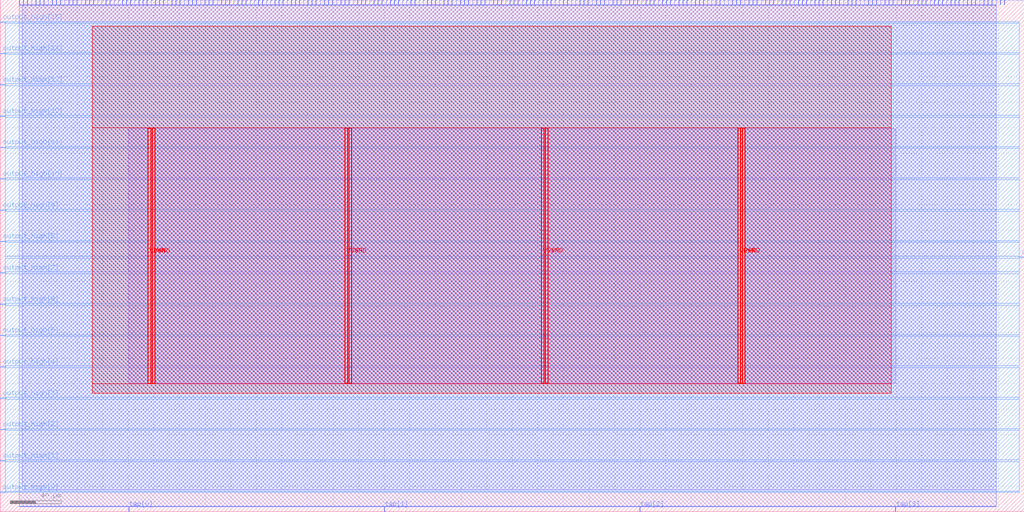
<source format=lef>
VERSION 5.7 ;
  NOWIREEXTENSIONATPIN ON ;
  DIVIDERCHAR "/" ;
  BUSBITCHARS "[]" ;
MACRO highpass
  CLASS BLOCK ;
  FOREIGN highpass ;
  ORIGIN 0.000 0.000 ;
  SIZE 800.000 BY 400.000 ;
  PIN VGND
    DIRECTION INOUT ;
    USE GROUND ;
    PORT
      LAYER met4 ;
        RECT 119.100 100.400 120.700 299.440 ;
    END
    PORT
      LAYER met4 ;
        RECT 272.700 100.400 274.300 299.440 ;
    END
    PORT
      LAYER met4 ;
        RECT 426.300 100.400 427.900 299.440 ;
    END
    PORT
      LAYER met4 ;
        RECT 579.900 100.400 581.500 299.440 ;
    END
  END VGND
  PIN VPWR
    DIRECTION INOUT ;
    USE POWER ;
    PORT
      LAYER met4 ;
        RECT 115.800 100.400 117.400 299.440 ;
    END
    PORT
      LAYER met4 ;
        RECT 269.400 100.400 271.000 299.440 ;
    END
    PORT
      LAYER met4 ;
        RECT 423.000 100.400 424.600 299.440 ;
    END
    PORT
      LAYER met4 ;
        RECT 576.600 100.400 578.200 299.440 ;
    END
  END VPWR
  PIN clk
    DIRECTION INPUT ;
    USE SIGNAL ;
    ANTENNAGATEAREA 0.852000 ;
    ANTENNADIFFAREA 0.434700 ;
    PORT
      LAYER met3 ;
        RECT 796.000 198.600 800.000 199.200 ;
    END
  END clk
  PIN input_data[0]
    DIRECTION INPUT ;
    USE SIGNAL ;
    ANTENNAGATEAREA 0.213000 ;
    ANTENNADIFFAREA 0.869400 ;
    PORT
      LAYER met2 ;
        RECT 14.810 396.000 15.090 400.000 ;
    END
  END input_data[0]
  PIN input_data[100]
    DIRECTION INPUT ;
    USE SIGNAL ;
    ANTENNAGATEAREA 0.196500 ;
    ANTENNADIFFAREA 0.434700 ;
    PORT
      LAYER met2 ;
        RECT 336.810 396.000 337.090 400.000 ;
    END
  END input_data[100]
  PIN input_data[101]
    DIRECTION INPUT ;
    USE SIGNAL ;
    ANTENNAGATEAREA 0.196500 ;
    ANTENNADIFFAREA 0.434700 ;
    PORT
      LAYER met2 ;
        RECT 340.030 396.000 340.310 400.000 ;
    END
  END input_data[101]
  PIN input_data[102]
    DIRECTION INPUT ;
    USE SIGNAL ;
    ANTENNAGATEAREA 0.213000 ;
    ANTENNADIFFAREA 0.434700 ;
    PORT
      LAYER met2 ;
        RECT 343.250 396.000 343.530 400.000 ;
    END
  END input_data[102]
  PIN input_data[103]
    DIRECTION INPUT ;
    USE SIGNAL ;
    ANTENNAGATEAREA 0.196500 ;
    ANTENNADIFFAREA 0.434700 ;
    PORT
      LAYER met2 ;
        RECT 346.470 396.000 346.750 400.000 ;
    END
  END input_data[103]
  PIN input_data[104]
    DIRECTION INPUT ;
    USE SIGNAL ;
    ANTENNAGATEAREA 0.196500 ;
    ANTENNADIFFAREA 0.434700 ;
    PORT
      LAYER met2 ;
        RECT 349.690 396.000 349.970 400.000 ;
    END
  END input_data[104]
  PIN input_data[105]
    DIRECTION INPUT ;
    USE SIGNAL ;
    ANTENNAGATEAREA 0.196500 ;
    ANTENNADIFFAREA 0.434700 ;
    PORT
      LAYER met2 ;
        RECT 352.910 396.000 353.190 400.000 ;
    END
  END input_data[105]
  PIN input_data[106]
    DIRECTION INPUT ;
    USE SIGNAL ;
    ANTENNAGATEAREA 0.196500 ;
    ANTENNADIFFAREA 0.434700 ;
    PORT
      LAYER met2 ;
        RECT 356.130 396.000 356.410 400.000 ;
    END
  END input_data[106]
  PIN input_data[107]
    DIRECTION INPUT ;
    USE SIGNAL ;
    ANTENNAGATEAREA 0.196500 ;
    ANTENNADIFFAREA 0.434700 ;
    PORT
      LAYER met2 ;
        RECT 359.350 396.000 359.630 400.000 ;
    END
  END input_data[107]
  PIN input_data[108]
    DIRECTION INPUT ;
    USE SIGNAL ;
    ANTENNAGATEAREA 0.159000 ;
    ANTENNADIFFAREA 0.434700 ;
    PORT
      LAYER met2 ;
        RECT 362.570 396.000 362.850 400.000 ;
    END
  END input_data[108]
  PIN input_data[109]
    DIRECTION INPUT ;
    USE SIGNAL ;
    ANTENNAGATEAREA 0.196500 ;
    ANTENNADIFFAREA 0.434700 ;
    PORT
      LAYER met2 ;
        RECT 365.790 396.000 366.070 400.000 ;
    END
  END input_data[109]
  PIN input_data[10]
    DIRECTION INPUT ;
    USE SIGNAL ;
    ANTENNAGATEAREA 0.247500 ;
    ANTENNADIFFAREA 0.869400 ;
    PORT
      LAYER met2 ;
        RECT 47.010 396.000 47.290 400.000 ;
    END
  END input_data[10]
  PIN input_data[110]
    DIRECTION INPUT ;
    USE SIGNAL ;
    ANTENNAGATEAREA 0.196500 ;
    ANTENNADIFFAREA 0.434700 ;
    PORT
      LAYER met2 ;
        RECT 369.010 396.000 369.290 400.000 ;
    END
  END input_data[110]
  PIN input_data[111]
    DIRECTION INPUT ;
    USE SIGNAL ;
    ANTENNAGATEAREA 0.196500 ;
    ANTENNADIFFAREA 0.434700 ;
    PORT
      LAYER met2 ;
        RECT 372.230 396.000 372.510 400.000 ;
    END
  END input_data[111]
  PIN input_data[112]
    DIRECTION INPUT ;
    USE SIGNAL ;
    ANTENNAGATEAREA 0.213000 ;
    ANTENNADIFFAREA 0.434700 ;
    PORT
      LAYER met2 ;
        RECT 375.450 396.000 375.730 400.000 ;
    END
  END input_data[112]
  PIN input_data[113]
    DIRECTION INPUT ;
    USE SIGNAL ;
    ANTENNAGATEAREA 0.126000 ;
    ANTENNADIFFAREA 0.869400 ;
    PORT
      LAYER met2 ;
        RECT 378.670 396.000 378.950 400.000 ;
    END
  END input_data[113]
  PIN input_data[114]
    DIRECTION INPUT ;
    USE SIGNAL ;
    ANTENNAGATEAREA 0.213000 ;
    ANTENNADIFFAREA 0.434700 ;
    PORT
      LAYER met2 ;
        RECT 381.890 396.000 382.170 400.000 ;
    END
  END input_data[114]
  PIN input_data[115]
    DIRECTION INPUT ;
    USE SIGNAL ;
    ANTENNAGATEAREA 0.213000 ;
    ANTENNADIFFAREA 0.434700 ;
    PORT
      LAYER met2 ;
        RECT 385.110 396.000 385.390 400.000 ;
    END
  END input_data[115]
  PIN input_data[116]
    DIRECTION INPUT ;
    USE SIGNAL ;
    ANTENNAGATEAREA 0.213000 ;
    ANTENNADIFFAREA 0.434700 ;
    PORT
      LAYER met2 ;
        RECT 388.330 396.000 388.610 400.000 ;
    END
  END input_data[116]
  PIN input_data[117]
    DIRECTION INPUT ;
    USE SIGNAL ;
    ANTENNAGATEAREA 0.196500 ;
    ANTENNADIFFAREA 0.869400 ;
    PORT
      LAYER met2 ;
        RECT 391.550 396.000 391.830 400.000 ;
    END
  END input_data[117]
  PIN input_data[118]
    DIRECTION INPUT ;
    USE SIGNAL ;
    ANTENNAGATEAREA 0.126000 ;
    ANTENNADIFFAREA 0.434700 ;
    PORT
      LAYER met2 ;
        RECT 394.770 396.000 395.050 400.000 ;
    END
  END input_data[118]
  PIN input_data[119]
    DIRECTION INPUT ;
    USE SIGNAL ;
    ANTENNAGATEAREA 0.213000 ;
    ANTENNADIFFAREA 0.434700 ;
    PORT
      LAYER met2 ;
        RECT 397.990 396.000 398.270 400.000 ;
    END
  END input_data[119]
  PIN input_data[11]
    DIRECTION INPUT ;
    USE SIGNAL ;
    ANTENNAGATEAREA 0.213000 ;
    ANTENNADIFFAREA 0.869400 ;
    PORT
      LAYER met2 ;
        RECT 50.230 396.000 50.510 400.000 ;
    END
  END input_data[11]
  PIN input_data[120]
    DIRECTION INPUT ;
    USE SIGNAL ;
    ANTENNAGATEAREA 0.213000 ;
    ANTENNADIFFAREA 0.869400 ;
    PORT
      LAYER met2 ;
        RECT 401.210 396.000 401.490 400.000 ;
    END
  END input_data[120]
  PIN input_data[121]
    DIRECTION INPUT ;
    USE SIGNAL ;
    ANTENNAGATEAREA 0.213000 ;
    ANTENNADIFFAREA 0.434700 ;
    PORT
      LAYER met2 ;
        RECT 404.430 396.000 404.710 400.000 ;
    END
  END input_data[121]
  PIN input_data[122]
    DIRECTION INPUT ;
    USE SIGNAL ;
    ANTENNAGATEAREA 0.213000 ;
    ANTENNADIFFAREA 0.869400 ;
    PORT
      LAYER met2 ;
        RECT 407.650 396.000 407.930 400.000 ;
    END
  END input_data[122]
  PIN input_data[123]
    DIRECTION INPUT ;
    USE SIGNAL ;
    ANTENNAGATEAREA 0.213000 ;
    ANTENNADIFFAREA 0.434700 ;
    PORT
      LAYER met2 ;
        RECT 410.870 396.000 411.150 400.000 ;
    END
  END input_data[123]
  PIN input_data[124]
    DIRECTION INPUT ;
    USE SIGNAL ;
    ANTENNAGATEAREA 0.159000 ;
    ANTENNADIFFAREA 0.869400 ;
    PORT
      LAYER met2 ;
        RECT 414.090 396.000 414.370 400.000 ;
    END
  END input_data[124]
  PIN input_data[125]
    DIRECTION INPUT ;
    USE SIGNAL ;
    ANTENNAGATEAREA 0.196500 ;
    ANTENNADIFFAREA 0.869400 ;
    PORT
      LAYER met2 ;
        RECT 417.310 396.000 417.590 400.000 ;
    END
  END input_data[125]
  PIN input_data[126]
    DIRECTION INPUT ;
    USE SIGNAL ;
    ANTENNAGATEAREA 0.126000 ;
    ANTENNADIFFAREA 0.434700 ;
    PORT
      LAYER met2 ;
        RECT 420.530 396.000 420.810 400.000 ;
    END
  END input_data[126]
  PIN input_data[127]
    DIRECTION INPUT ;
    USE SIGNAL ;
    PORT
      LAYER met2 ;
        RECT 423.750 396.000 424.030 400.000 ;
    END
  END input_data[127]
  PIN input_data[128]
    DIRECTION INPUT ;
    USE SIGNAL ;
    ANTENNAGATEAREA 0.159000 ;
    ANTENNADIFFAREA 0.434700 ;
    PORT
      LAYER met2 ;
        RECT 426.970 396.000 427.250 400.000 ;
    END
  END input_data[128]
  PIN input_data[129]
    DIRECTION INPUT ;
    USE SIGNAL ;
    ANTENNAGATEAREA 0.196500 ;
    ANTENNADIFFAREA 0.434700 ;
    PORT
      LAYER met2 ;
        RECT 430.190 396.000 430.470 400.000 ;
    END
  END input_data[129]
  PIN input_data[12]
    DIRECTION INPUT ;
    USE SIGNAL ;
    ANTENNAGATEAREA 0.426000 ;
    ANTENNADIFFAREA 0.434700 ;
    PORT
      LAYER met2 ;
        RECT 53.450 396.000 53.730 400.000 ;
    END
  END input_data[12]
  PIN input_data[130]
    DIRECTION INPUT ;
    USE SIGNAL ;
    ANTENNAGATEAREA 0.213000 ;
    ANTENNADIFFAREA 0.434700 ;
    PORT
      LAYER met2 ;
        RECT 433.410 396.000 433.690 400.000 ;
    END
  END input_data[130]
  PIN input_data[131]
    DIRECTION INPUT ;
    USE SIGNAL ;
    ANTENNAGATEAREA 0.213000 ;
    ANTENNADIFFAREA 0.434700 ;
    PORT
      LAYER met2 ;
        RECT 436.630 396.000 436.910 400.000 ;
    END
  END input_data[131]
  PIN input_data[132]
    DIRECTION INPUT ;
    USE SIGNAL ;
    ANTENNAGATEAREA 0.213000 ;
    ANTENNADIFFAREA 0.434700 ;
    PORT
      LAYER met2 ;
        RECT 439.850 396.000 440.130 400.000 ;
    END
  END input_data[132]
  PIN input_data[133]
    DIRECTION INPUT ;
    USE SIGNAL ;
    ANTENNAGATEAREA 0.247500 ;
    ANTENNADIFFAREA 0.434700 ;
    PORT
      LAYER met2 ;
        RECT 443.070 396.000 443.350 400.000 ;
    END
  END input_data[133]
  PIN input_data[134]
    DIRECTION INPUT ;
    USE SIGNAL ;
    ANTENNAGATEAREA 0.213000 ;
    ANTENNADIFFAREA 0.434700 ;
    PORT
      LAYER met2 ;
        RECT 446.290 396.000 446.570 400.000 ;
    END
  END input_data[134]
  PIN input_data[135]
    DIRECTION INPUT ;
    USE SIGNAL ;
    ANTENNAGATEAREA 0.213000 ;
    ANTENNADIFFAREA 0.434700 ;
    PORT
      LAYER met2 ;
        RECT 449.510 396.000 449.790 400.000 ;
    END
  END input_data[135]
  PIN input_data[136]
    DIRECTION INPUT ;
    USE SIGNAL ;
    ANTENNAGATEAREA 0.426000 ;
    ANTENNADIFFAREA 0.434700 ;
    PORT
      LAYER met2 ;
        RECT 452.730 396.000 453.010 400.000 ;
    END
  END input_data[136]
  PIN input_data[137]
    DIRECTION INPUT ;
    USE SIGNAL ;
    ANTENNAGATEAREA 0.247500 ;
    ANTENNADIFFAREA 0.434700 ;
    PORT
      LAYER met2 ;
        RECT 455.950 396.000 456.230 400.000 ;
    END
  END input_data[137]
  PIN input_data[138]
    DIRECTION INPUT ;
    USE SIGNAL ;
    ANTENNAGATEAREA 0.159000 ;
    ANTENNADIFFAREA 0.434700 ;
    PORT
      LAYER met2 ;
        RECT 459.170 396.000 459.450 400.000 ;
    END
  END input_data[138]
  PIN input_data[139]
    DIRECTION INPUT ;
    USE SIGNAL ;
    ANTENNAGATEAREA 0.247500 ;
    ANTENNADIFFAREA 0.434700 ;
    PORT
      LAYER met2 ;
        RECT 462.390 396.000 462.670 400.000 ;
    END
  END input_data[139]
  PIN input_data[13]
    DIRECTION INPUT ;
    USE SIGNAL ;
    ANTENNAGATEAREA 0.247500 ;
    ANTENNADIFFAREA 0.869400 ;
    PORT
      LAYER met2 ;
        RECT 56.670 396.000 56.950 400.000 ;
    END
  END input_data[13]
  PIN input_data[140]
    DIRECTION INPUT ;
    USE SIGNAL ;
    ANTENNAGATEAREA 0.247500 ;
    ANTENNADIFFAREA 0.434700 ;
    PORT
      LAYER met2 ;
        RECT 465.610 396.000 465.890 400.000 ;
    END
  END input_data[140]
  PIN input_data[141]
    DIRECTION INPUT ;
    USE SIGNAL ;
    ANTENNAGATEAREA 0.213000 ;
    ANTENNADIFFAREA 0.434700 ;
    PORT
      LAYER met2 ;
        RECT 468.830 396.000 469.110 400.000 ;
    END
  END input_data[141]
  PIN input_data[142]
    DIRECTION INPUT ;
    USE SIGNAL ;
    ANTENNAGATEAREA 0.196500 ;
    ANTENNADIFFAREA 0.434700 ;
    PORT
      LAYER met2 ;
        RECT 472.050 396.000 472.330 400.000 ;
    END
  END input_data[142]
  PIN input_data[143]
    DIRECTION INPUT ;
    USE SIGNAL ;
    ANTENNAGATEAREA 0.126000 ;
    ANTENNADIFFAREA 0.434700 ;
    PORT
      LAYER met2 ;
        RECT 475.270 396.000 475.550 400.000 ;
    END
  END input_data[143]
  PIN input_data[144]
    DIRECTION INPUT ;
    USE SIGNAL ;
    ANTENNAGATEAREA 0.126000 ;
    ANTENNADIFFAREA 0.434700 ;
    PORT
      LAYER met2 ;
        RECT 478.490 396.000 478.770 400.000 ;
    END
  END input_data[144]
  PIN input_data[145]
    DIRECTION INPUT ;
    USE SIGNAL ;
    ANTENNAGATEAREA 0.213000 ;
    ANTENNADIFFAREA 0.434700 ;
    PORT
      LAYER met2 ;
        RECT 481.710 396.000 481.990 400.000 ;
    END
  END input_data[145]
  PIN input_data[146]
    DIRECTION INPUT ;
    USE SIGNAL ;
    ANTENNAGATEAREA 0.196500 ;
    ANTENNADIFFAREA 0.434700 ;
    PORT
      LAYER met2 ;
        RECT 484.930 396.000 485.210 400.000 ;
    END
  END input_data[146]
  PIN input_data[147]
    DIRECTION INPUT ;
    USE SIGNAL ;
    ANTENNAGATEAREA 0.126000 ;
    ANTENNADIFFAREA 0.434700 ;
    PORT
      LAYER met2 ;
        RECT 488.150 396.000 488.430 400.000 ;
    END
  END input_data[147]
  PIN input_data[148]
    DIRECTION INPUT ;
    USE SIGNAL ;
    ANTENNAGATEAREA 0.213000 ;
    ANTENNADIFFAREA 0.434700 ;
    PORT
      LAYER met2 ;
        RECT 491.370 396.000 491.650 400.000 ;
    END
  END input_data[148]
  PIN input_data[149]
    DIRECTION INPUT ;
    USE SIGNAL ;
    ANTENNAGATEAREA 0.159000 ;
    ANTENNADIFFAREA 0.434700 ;
    PORT
      LAYER met2 ;
        RECT 494.590 396.000 494.870 400.000 ;
    END
  END input_data[149]
  PIN input_data[14]
    DIRECTION INPUT ;
    USE SIGNAL ;
    ANTENNAGATEAREA 0.159000 ;
    ANTENNADIFFAREA 0.869400 ;
    PORT
      LAYER met2 ;
        RECT 59.890 396.000 60.170 400.000 ;
    END
  END input_data[14]
  PIN input_data[150]
    DIRECTION INPUT ;
    USE SIGNAL ;
    ANTENNAGATEAREA 0.213000 ;
    ANTENNADIFFAREA 0.434700 ;
    PORT
      LAYER met2 ;
        RECT 497.810 396.000 498.090 400.000 ;
    END
  END input_data[150]
  PIN input_data[151]
    DIRECTION INPUT ;
    USE SIGNAL ;
    ANTENNAGATEAREA 0.159000 ;
    ANTENNADIFFAREA 0.434700 ;
    PORT
      LAYER met2 ;
        RECT 501.030 396.000 501.310 400.000 ;
    END
  END input_data[151]
  PIN input_data[152]
    DIRECTION INPUT ;
    USE SIGNAL ;
    ANTENNAGATEAREA 0.159000 ;
    ANTENNADIFFAREA 0.434700 ;
    PORT
      LAYER met2 ;
        RECT 504.250 396.000 504.530 400.000 ;
    END
  END input_data[152]
  PIN input_data[153]
    DIRECTION INPUT ;
    USE SIGNAL ;
    ANTENNAGATEAREA 0.126000 ;
    ANTENNADIFFAREA 0.434700 ;
    PORT
      LAYER met2 ;
        RECT 507.470 396.000 507.750 400.000 ;
    END
  END input_data[153]
  PIN input_data[154]
    DIRECTION INPUT ;
    USE SIGNAL ;
    ANTENNAGATEAREA 0.126000 ;
    ANTENNADIFFAREA 0.434700 ;
    PORT
      LAYER met2 ;
        RECT 510.690 396.000 510.970 400.000 ;
    END
  END input_data[154]
  PIN input_data[155]
    DIRECTION INPUT ;
    USE SIGNAL ;
    ANTENNAGATEAREA 0.196500 ;
    ANTENNADIFFAREA 0.434700 ;
    PORT
      LAYER met2 ;
        RECT 513.910 396.000 514.190 400.000 ;
    END
  END input_data[155]
  PIN input_data[156]
    DIRECTION INPUT ;
    USE SIGNAL ;
    ANTENNAGATEAREA 0.159000 ;
    ANTENNADIFFAREA 0.434700 ;
    PORT
      LAYER met2 ;
        RECT 517.130 396.000 517.410 400.000 ;
    END
  END input_data[156]
  PIN input_data[157]
    DIRECTION INPUT ;
    USE SIGNAL ;
    ANTENNAGATEAREA 0.213000 ;
    ANTENNADIFFAREA 0.434700 ;
    PORT
      LAYER met2 ;
        RECT 520.350 396.000 520.630 400.000 ;
    END
  END input_data[157]
  PIN input_data[158]
    DIRECTION INPUT ;
    USE SIGNAL ;
    ANTENNAGATEAREA 0.196500 ;
    ANTENNADIFFAREA 0.434700 ;
    PORT
      LAYER met2 ;
        RECT 523.570 396.000 523.850 400.000 ;
    END
  END input_data[158]
  PIN input_data[159]
    DIRECTION INPUT ;
    USE SIGNAL ;
    ANTENNAGATEAREA 0.196500 ;
    ANTENNADIFFAREA 0.434700 ;
    PORT
      LAYER met2 ;
        RECT 526.790 396.000 527.070 400.000 ;
    END
  END input_data[159]
  PIN input_data[15]
    DIRECTION INPUT ;
    USE SIGNAL ;
    ANTENNAGATEAREA 0.126000 ;
    ANTENNADIFFAREA 0.869400 ;
    PORT
      LAYER met2 ;
        RECT 63.110 396.000 63.390 400.000 ;
    END
  END input_data[15]
  PIN input_data[160]
    DIRECTION INPUT ;
    USE SIGNAL ;
    ANTENNAGATEAREA 0.247500 ;
    ANTENNADIFFAREA 0.434700 ;
    PORT
      LAYER met2 ;
        RECT 530.010 396.000 530.290 400.000 ;
    END
  END input_data[160]
  PIN input_data[161]
    DIRECTION INPUT ;
    USE SIGNAL ;
    ANTENNAGATEAREA 0.247500 ;
    ANTENNADIFFAREA 0.434700 ;
    PORT
      LAYER met2 ;
        RECT 533.230 396.000 533.510 400.000 ;
    END
  END input_data[161]
  PIN input_data[162]
    DIRECTION INPUT ;
    USE SIGNAL ;
    ANTENNAGATEAREA 0.247500 ;
    ANTENNADIFFAREA 0.434700 ;
    PORT
      LAYER met2 ;
        RECT 536.450 396.000 536.730 400.000 ;
    END
  END input_data[162]
  PIN input_data[163]
    DIRECTION INPUT ;
    USE SIGNAL ;
    ANTENNAGATEAREA 0.213000 ;
    ANTENNADIFFAREA 0.434700 ;
    PORT
      LAYER met2 ;
        RECT 539.670 396.000 539.950 400.000 ;
    END
  END input_data[163]
  PIN input_data[164]
    DIRECTION INPUT ;
    USE SIGNAL ;
    ANTENNAGATEAREA 0.126000 ;
    ANTENNADIFFAREA 0.434700 ;
    PORT
      LAYER met2 ;
        RECT 542.890 396.000 543.170 400.000 ;
    END
  END input_data[164]
  PIN input_data[165]
    DIRECTION INPUT ;
    USE SIGNAL ;
    ANTENNAGATEAREA 0.213000 ;
    ANTENNADIFFAREA 0.434700 ;
    PORT
      LAYER met2 ;
        RECT 546.110 396.000 546.390 400.000 ;
    END
  END input_data[165]
  PIN input_data[166]
    DIRECTION INPUT ;
    USE SIGNAL ;
    ANTENNAGATEAREA 0.213000 ;
    ANTENNADIFFAREA 0.434700 ;
    PORT
      LAYER met2 ;
        RECT 549.330 396.000 549.610 400.000 ;
    END
  END input_data[166]
  PIN input_data[167]
    DIRECTION INPUT ;
    USE SIGNAL ;
    ANTENNAGATEAREA 0.196500 ;
    ANTENNADIFFAREA 0.869400 ;
    PORT
      LAYER met2 ;
        RECT 552.550 396.000 552.830 400.000 ;
    END
  END input_data[167]
  PIN input_data[168]
    DIRECTION INPUT ;
    USE SIGNAL ;
    ANTENNAGATEAREA 0.196500 ;
    ANTENNADIFFAREA 0.434700 ;
    PORT
      LAYER met2 ;
        RECT 555.770 396.000 556.050 400.000 ;
    END
  END input_data[168]
  PIN input_data[169]
    DIRECTION INPUT ;
    USE SIGNAL ;
    ANTENNAGATEAREA 0.196500 ;
    ANTENNADIFFAREA 0.434700 ;
    PORT
      LAYER met2 ;
        RECT 558.990 396.000 559.270 400.000 ;
    END
  END input_data[169]
  PIN input_data[16]
    DIRECTION INPUT ;
    USE SIGNAL ;
    ANTENNAGATEAREA 0.247500 ;
    ANTENNADIFFAREA 0.434700 ;
    PORT
      LAYER met2 ;
        RECT 66.330 396.000 66.610 400.000 ;
    END
  END input_data[16]
  PIN input_data[170]
    DIRECTION INPUT ;
    USE SIGNAL ;
    ANTENNAGATEAREA 0.196500 ;
    ANTENNADIFFAREA 0.434700 ;
    PORT
      LAYER met2 ;
        RECT 562.210 396.000 562.490 400.000 ;
    END
  END input_data[170]
  PIN input_data[171]
    DIRECTION INPUT ;
    USE SIGNAL ;
    ANTENNAGATEAREA 0.213000 ;
    ANTENNADIFFAREA 0.869400 ;
    PORT
      LAYER met2 ;
        RECT 565.430 396.000 565.710 400.000 ;
    END
  END input_data[171]
  PIN input_data[172]
    DIRECTION INPUT ;
    USE SIGNAL ;
    ANTENNAGATEAREA 0.213000 ;
    ANTENNADIFFAREA 0.434700 ;
    PORT
      LAYER met2 ;
        RECT 568.650 396.000 568.930 400.000 ;
    END
  END input_data[172]
  PIN input_data[173]
    DIRECTION INPUT ;
    USE SIGNAL ;
    ANTENNAGATEAREA 0.247500 ;
    ANTENNADIFFAREA 0.434700 ;
    PORT
      LAYER met2 ;
        RECT 571.870 396.000 572.150 400.000 ;
    END
  END input_data[173]
  PIN input_data[174]
    DIRECTION INPUT ;
    USE SIGNAL ;
    ANTENNAGATEAREA 0.196500 ;
    ANTENNADIFFAREA 0.434700 ;
    PORT
      LAYER met2 ;
        RECT 575.090 396.000 575.370 400.000 ;
    END
  END input_data[174]
  PIN input_data[175]
    DIRECTION INPUT ;
    USE SIGNAL ;
    ANTENNAGATEAREA 0.196500 ;
    ANTENNADIFFAREA 0.869400 ;
    PORT
      LAYER met2 ;
        RECT 578.310 396.000 578.590 400.000 ;
    END
  END input_data[175]
  PIN input_data[176]
    DIRECTION INPUT ;
    USE SIGNAL ;
    ANTENNAGATEAREA 0.196500 ;
    ANTENNADIFFAREA 0.869400 ;
    PORT
      LAYER met2 ;
        RECT 581.530 396.000 581.810 400.000 ;
    END
  END input_data[176]
  PIN input_data[177]
    DIRECTION INPUT ;
    USE SIGNAL ;
    ANTENNAGATEAREA 0.213000 ;
    ANTENNADIFFAREA 0.434700 ;
    PORT
      LAYER met2 ;
        RECT 584.750 396.000 585.030 400.000 ;
    END
  END input_data[177]
  PIN input_data[178]
    DIRECTION INPUT ;
    USE SIGNAL ;
    ANTENNAGATEAREA 0.247500 ;
    ANTENNADIFFAREA 0.434700 ;
    PORT
      LAYER met2 ;
        RECT 587.970 396.000 588.250 400.000 ;
    END
  END input_data[178]
  PIN input_data[179]
    DIRECTION INPUT ;
    USE SIGNAL ;
    ANTENNAGATEAREA 0.247500 ;
    ANTENNADIFFAREA 0.434700 ;
    PORT
      LAYER met2 ;
        RECT 591.190 396.000 591.470 400.000 ;
    END
  END input_data[179]
  PIN input_data[17]
    DIRECTION INPUT ;
    USE SIGNAL ;
    ANTENNAGATEAREA 0.213000 ;
    ANTENNADIFFAREA 0.434700 ;
    PORT
      LAYER met2 ;
        RECT 69.550 396.000 69.830 400.000 ;
    END
  END input_data[17]
  PIN input_data[180]
    DIRECTION INPUT ;
    USE SIGNAL ;
    ANTENNAGATEAREA 0.247500 ;
    ANTENNADIFFAREA 0.434700 ;
    PORT
      LAYER met2 ;
        RECT 594.410 396.000 594.690 400.000 ;
    END
  END input_data[180]
  PIN input_data[181]
    DIRECTION INPUT ;
    USE SIGNAL ;
    ANTENNAGATEAREA 0.213000 ;
    ANTENNADIFFAREA 0.434700 ;
    PORT
      LAYER met2 ;
        RECT 597.630 396.000 597.910 400.000 ;
    END
  END input_data[181]
  PIN input_data[182]
    DIRECTION INPUT ;
    USE SIGNAL ;
    ANTENNAGATEAREA 0.159000 ;
    ANTENNADIFFAREA 0.434700 ;
    PORT
      LAYER met2 ;
        RECT 600.850 396.000 601.130 400.000 ;
    END
  END input_data[182]
  PIN input_data[183]
    DIRECTION INPUT ;
    USE SIGNAL ;
    ANTENNAGATEAREA 0.159000 ;
    ANTENNADIFFAREA 0.869400 ;
    PORT
      LAYER met2 ;
        RECT 604.070 396.000 604.350 400.000 ;
    END
  END input_data[183]
  PIN input_data[184]
    DIRECTION INPUT ;
    USE SIGNAL ;
    ANTENNAGATEAREA 0.159000 ;
    ANTENNADIFFAREA 0.434700 ;
    PORT
      LAYER met2 ;
        RECT 607.290 396.000 607.570 400.000 ;
    END
  END input_data[184]
  PIN input_data[185]
    DIRECTION INPUT ;
    USE SIGNAL ;
    ANTENNAGATEAREA 0.213000 ;
    ANTENNADIFFAREA 0.434700 ;
    PORT
      LAYER met2 ;
        RECT 610.510 396.000 610.790 400.000 ;
    END
  END input_data[185]
  PIN input_data[186]
    DIRECTION INPUT ;
    USE SIGNAL ;
    ANTENNAGATEAREA 0.213000 ;
    ANTENNADIFFAREA 0.434700 ;
    PORT
      LAYER met2 ;
        RECT 613.730 396.000 614.010 400.000 ;
    END
  END input_data[186]
  PIN input_data[187]
    DIRECTION INPUT ;
    USE SIGNAL ;
    ANTENNAGATEAREA 0.213000 ;
    ANTENNADIFFAREA 0.434700 ;
    PORT
      LAYER met2 ;
        RECT 616.950 396.000 617.230 400.000 ;
    END
  END input_data[187]
  PIN input_data[188]
    DIRECTION INPUT ;
    USE SIGNAL ;
    ANTENNAGATEAREA 0.213000 ;
    ANTENNADIFFAREA 0.434700 ;
    PORT
      LAYER met2 ;
        RECT 620.170 396.000 620.450 400.000 ;
    END
  END input_data[188]
  PIN input_data[189]
    DIRECTION INPUT ;
    USE SIGNAL ;
    ANTENNAGATEAREA 0.196500 ;
    ANTENNADIFFAREA 0.434700 ;
    PORT
      LAYER met2 ;
        RECT 623.390 396.000 623.670 400.000 ;
    END
  END input_data[189]
  PIN input_data[18]
    DIRECTION INPUT ;
    USE SIGNAL ;
    ANTENNAGATEAREA 0.159000 ;
    ANTENNADIFFAREA 0.869400 ;
    PORT
      LAYER met2 ;
        RECT 72.770 396.000 73.050 400.000 ;
    END
  END input_data[18]
  PIN input_data[190]
    DIRECTION INPUT ;
    USE SIGNAL ;
    ANTENNAGATEAREA 0.196500 ;
    ANTENNADIFFAREA 0.434700 ;
    PORT
      LAYER met2 ;
        RECT 626.610 396.000 626.890 400.000 ;
    END
  END input_data[190]
  PIN input_data[191]
    DIRECTION INPUT ;
    USE SIGNAL ;
    PORT
      LAYER met2 ;
        RECT 629.830 396.000 630.110 400.000 ;
    END
  END input_data[191]
  PIN input_data[192]
    DIRECTION INPUT ;
    USE SIGNAL ;
    ANTENNAGATEAREA 0.213000 ;
    ANTENNADIFFAREA 0.434700 ;
    PORT
      LAYER met2 ;
        RECT 633.050 396.000 633.330 400.000 ;
    END
  END input_data[192]
  PIN input_data[193]
    DIRECTION INPUT ;
    USE SIGNAL ;
    ANTENNAGATEAREA 0.126000 ;
    ANTENNADIFFAREA 0.434700 ;
    PORT
      LAYER met2 ;
        RECT 636.270 396.000 636.550 400.000 ;
    END
  END input_data[193]
  PIN input_data[194]
    DIRECTION INPUT ;
    USE SIGNAL ;
    ANTENNAGATEAREA 0.213000 ;
    ANTENNADIFFAREA 0.434700 ;
    PORT
      LAYER met2 ;
        RECT 639.490 396.000 639.770 400.000 ;
    END
  END input_data[194]
  PIN input_data[195]
    DIRECTION INPUT ;
    USE SIGNAL ;
    ANTENNAGATEAREA 0.159000 ;
    ANTENNADIFFAREA 0.434700 ;
    PORT
      LAYER met2 ;
        RECT 642.710 396.000 642.990 400.000 ;
    END
  END input_data[195]
  PIN input_data[196]
    DIRECTION INPUT ;
    USE SIGNAL ;
    ANTENNAGATEAREA 0.126000 ;
    ANTENNADIFFAREA 0.434700 ;
    PORT
      LAYER met2 ;
        RECT 645.930 396.000 646.210 400.000 ;
    END
  END input_data[196]
  PIN input_data[197]
    DIRECTION INPUT ;
    USE SIGNAL ;
    ANTENNAGATEAREA 0.126000 ;
    ANTENNADIFFAREA 0.434700 ;
    PORT
      LAYER met2 ;
        RECT 649.150 396.000 649.430 400.000 ;
    END
  END input_data[197]
  PIN input_data[198]
    DIRECTION INPUT ;
    USE SIGNAL ;
    ANTENNAGATEAREA 0.126000 ;
    ANTENNADIFFAREA 0.434700 ;
    PORT
      LAYER met2 ;
        RECT 652.370 396.000 652.650 400.000 ;
    END
  END input_data[198]
  PIN input_data[199]
    DIRECTION INPUT ;
    USE SIGNAL ;
    ANTENNAGATEAREA 0.126000 ;
    ANTENNADIFFAREA 0.434700 ;
    PORT
      LAYER met2 ;
        RECT 655.590 396.000 655.870 400.000 ;
    END
  END input_data[199]
  PIN input_data[19]
    DIRECTION INPUT ;
    USE SIGNAL ;
    ANTENNAGATEAREA 0.213000 ;
    ANTENNADIFFAREA 0.869400 ;
    PORT
      LAYER met2 ;
        RECT 75.990 396.000 76.270 400.000 ;
    END
  END input_data[19]
  PIN input_data[1]
    DIRECTION INPUT ;
    USE SIGNAL ;
    ANTENNAGATEAREA 0.196500 ;
    ANTENNADIFFAREA 0.869400 ;
    PORT
      LAYER met2 ;
        RECT 18.030 396.000 18.310 400.000 ;
    END
  END input_data[1]
  PIN input_data[200]
    DIRECTION INPUT ;
    USE SIGNAL ;
    ANTENNAGATEAREA 0.126000 ;
    ANTENNADIFFAREA 0.434700 ;
    PORT
      LAYER met2 ;
        RECT 658.810 396.000 659.090 400.000 ;
    END
  END input_data[200]
  PIN input_data[201]
    DIRECTION INPUT ;
    USE SIGNAL ;
    ANTENNAGATEAREA 0.126000 ;
    ANTENNADIFFAREA 0.434700 ;
    PORT
      LAYER met2 ;
        RECT 662.030 396.000 662.310 400.000 ;
    END
  END input_data[201]
  PIN input_data[202]
    DIRECTION INPUT ;
    USE SIGNAL ;
    ANTENNAGATEAREA 0.126000 ;
    ANTENNADIFFAREA 0.434700 ;
    PORT
      LAYER met2 ;
        RECT 665.250 396.000 665.530 400.000 ;
    END
  END input_data[202]
  PIN input_data[203]
    DIRECTION INPUT ;
    USE SIGNAL ;
    ANTENNAGATEAREA 0.126000 ;
    ANTENNADIFFAREA 0.434700 ;
    PORT
      LAYER met2 ;
        RECT 668.470 396.000 668.750 400.000 ;
    END
  END input_data[203]
  PIN input_data[204]
    DIRECTION INPUT ;
    USE SIGNAL ;
    ANTENNAGATEAREA 0.196500 ;
    ANTENNADIFFAREA 0.434700 ;
    PORT
      LAYER met2 ;
        RECT 671.690 396.000 671.970 400.000 ;
    END
  END input_data[204]
  PIN input_data[205]
    DIRECTION INPUT ;
    USE SIGNAL ;
    ANTENNAGATEAREA 0.196500 ;
    ANTENNADIFFAREA 0.434700 ;
    PORT
      LAYER met2 ;
        RECT 674.910 396.000 675.190 400.000 ;
    END
  END input_data[205]
  PIN input_data[206]
    DIRECTION INPUT ;
    USE SIGNAL ;
    ANTENNAGATEAREA 0.196500 ;
    ANTENNADIFFAREA 1.738800 ;
    PORT
      LAYER met2 ;
        RECT 678.130 396.000 678.410 400.000 ;
    END
  END input_data[206]
  PIN input_data[207]
    DIRECTION INPUT ;
    USE SIGNAL ;
    PORT
      LAYER met2 ;
        RECT 681.350 396.000 681.630 400.000 ;
    END
  END input_data[207]
  PIN input_data[208]
    DIRECTION INPUT ;
    USE SIGNAL ;
    PORT
      LAYER met2 ;
        RECT 684.570 396.000 684.850 400.000 ;
    END
  END input_data[208]
  PIN input_data[209]
    DIRECTION INPUT ;
    USE SIGNAL ;
    PORT
      LAYER met2 ;
        RECT 687.790 396.000 688.070 400.000 ;
    END
  END input_data[209]
  PIN input_data[20]
    DIRECTION INPUT ;
    USE SIGNAL ;
    ANTENNAGATEAREA 0.213000 ;
    ANTENNADIFFAREA 0.434700 ;
    PORT
      LAYER met2 ;
        RECT 79.210 396.000 79.490 400.000 ;
    END
  END input_data[20]
  PIN input_data[210]
    DIRECTION INPUT ;
    USE SIGNAL ;
    PORT
      LAYER met2 ;
        RECT 691.010 396.000 691.290 400.000 ;
    END
  END input_data[210]
  PIN input_data[211]
    DIRECTION INPUT ;
    USE SIGNAL ;
    PORT
      LAYER met2 ;
        RECT 694.230 396.000 694.510 400.000 ;
    END
  END input_data[211]
  PIN input_data[212]
    DIRECTION INPUT ;
    USE SIGNAL ;
    PORT
      LAYER met2 ;
        RECT 697.450 396.000 697.730 400.000 ;
    END
  END input_data[212]
  PIN input_data[213]
    DIRECTION INPUT ;
    USE SIGNAL ;
    PORT
      LAYER met2 ;
        RECT 700.670 396.000 700.950 400.000 ;
    END
  END input_data[213]
  PIN input_data[214]
    DIRECTION INPUT ;
    USE SIGNAL ;
    PORT
      LAYER met2 ;
        RECT 703.890 396.000 704.170 400.000 ;
    END
  END input_data[214]
  PIN input_data[215]
    DIRECTION INPUT ;
    USE SIGNAL ;
    PORT
      LAYER met2 ;
        RECT 707.110 396.000 707.390 400.000 ;
    END
  END input_data[215]
  PIN input_data[216]
    DIRECTION INPUT ;
    USE SIGNAL ;
    PORT
      LAYER met2 ;
        RECT 710.330 396.000 710.610 400.000 ;
    END
  END input_data[216]
  PIN input_data[217]
    DIRECTION INPUT ;
    USE SIGNAL ;
    PORT
      LAYER met2 ;
        RECT 713.550 396.000 713.830 400.000 ;
    END
  END input_data[217]
  PIN input_data[218]
    DIRECTION INPUT ;
    USE SIGNAL ;
    PORT
      LAYER met2 ;
        RECT 716.770 396.000 717.050 400.000 ;
    END
  END input_data[218]
  PIN input_data[219]
    DIRECTION INPUT ;
    USE SIGNAL ;
    PORT
      LAYER met2 ;
        RECT 719.990 396.000 720.270 400.000 ;
    END
  END input_data[219]
  PIN input_data[21]
    DIRECTION INPUT ;
    USE SIGNAL ;
    ANTENNAGATEAREA 0.159000 ;
    ANTENNADIFFAREA 0.869400 ;
    PORT
      LAYER met2 ;
        RECT 82.430 396.000 82.710 400.000 ;
    END
  END input_data[21]
  PIN input_data[220]
    DIRECTION INPUT ;
    USE SIGNAL ;
    PORT
      LAYER met2 ;
        RECT 723.210 396.000 723.490 400.000 ;
    END
  END input_data[220]
  PIN input_data[221]
    DIRECTION INPUT ;
    USE SIGNAL ;
    PORT
      LAYER met2 ;
        RECT 726.430 396.000 726.710 400.000 ;
    END
  END input_data[221]
  PIN input_data[222]
    DIRECTION INPUT ;
    USE SIGNAL ;
    PORT
      LAYER met2 ;
        RECT 729.650 396.000 729.930 400.000 ;
    END
  END input_data[222]
  PIN input_data[223]
    DIRECTION INPUT ;
    USE SIGNAL ;
    PORT
      LAYER met2 ;
        RECT 732.870 396.000 733.150 400.000 ;
    END
  END input_data[223]
  PIN input_data[224]
    DIRECTION INPUT ;
    USE SIGNAL ;
    ANTENNAGATEAREA 0.159000 ;
    ANTENNADIFFAREA 0.869400 ;
    PORT
      LAYER met2 ;
        RECT 736.090 396.000 736.370 400.000 ;
    END
  END input_data[224]
  PIN input_data[225]
    DIRECTION INPUT ;
    USE SIGNAL ;
    ANTENNAGATEAREA 0.247500 ;
    ANTENNADIFFAREA 0.434700 ;
    PORT
      LAYER met2 ;
        RECT 739.310 396.000 739.590 400.000 ;
    END
  END input_data[225]
  PIN input_data[226]
    DIRECTION INPUT ;
    USE SIGNAL ;
    ANTENNAGATEAREA 0.213000 ;
    ANTENNADIFFAREA 0.434700 ;
    PORT
      LAYER met2 ;
        RECT 742.530 396.000 742.810 400.000 ;
    END
  END input_data[226]
  PIN input_data[227]
    DIRECTION INPUT ;
    USE SIGNAL ;
    ANTENNAGATEAREA 0.213000 ;
    ANTENNADIFFAREA 0.434700 ;
    PORT
      LAYER met2 ;
        RECT 745.750 396.000 746.030 400.000 ;
    END
  END input_data[227]
  PIN input_data[228]
    DIRECTION INPUT ;
    USE SIGNAL ;
    ANTENNAGATEAREA 0.213000 ;
    ANTENNADIFFAREA 1.738800 ;
    PORT
      LAYER met2 ;
        RECT 748.970 396.000 749.250 400.000 ;
    END
  END input_data[228]
  PIN input_data[229]
    DIRECTION INPUT ;
    USE SIGNAL ;
    ANTENNAGATEAREA 0.213000 ;
    ANTENNADIFFAREA 0.869400 ;
    PORT
      LAYER met2 ;
        RECT 752.190 396.000 752.470 400.000 ;
    END
  END input_data[229]
  PIN input_data[22]
    DIRECTION INPUT ;
    USE SIGNAL ;
    ANTENNAGATEAREA 0.159000 ;
    ANTENNADIFFAREA 0.434700 ;
    PORT
      LAYER met2 ;
        RECT 85.650 396.000 85.930 400.000 ;
    END
  END input_data[22]
  PIN input_data[230]
    DIRECTION INPUT ;
    USE SIGNAL ;
    ANTENNAGATEAREA 0.213000 ;
    ANTENNADIFFAREA 0.434700 ;
    PORT
      LAYER met2 ;
        RECT 755.410 396.000 755.690 400.000 ;
    END
  END input_data[230]
  PIN input_data[231]
    DIRECTION INPUT ;
    USE SIGNAL ;
    ANTENNAGATEAREA 0.213000 ;
    ANTENNADIFFAREA 2.608200 ;
    PORT
      LAYER met2 ;
        RECT 758.630 396.000 758.910 400.000 ;
    END
  END input_data[231]
  PIN input_data[232]
    DIRECTION INPUT ;
    USE SIGNAL ;
    ANTENNAGATEAREA 0.126000 ;
    ANTENNADIFFAREA 1.304100 ;
    PORT
      LAYER met2 ;
        RECT 761.850 396.000 762.130 400.000 ;
    END
  END input_data[232]
  PIN input_data[233]
    DIRECTION INPUT ;
    USE SIGNAL ;
    ANTENNAGATEAREA 0.126000 ;
    ANTENNADIFFAREA 0.434700 ;
    PORT
      LAYER met2 ;
        RECT 765.070 396.000 765.350 400.000 ;
    END
  END input_data[233]
  PIN input_data[234]
    DIRECTION INPUT ;
    USE SIGNAL ;
    ANTENNAGATEAREA 0.126000 ;
    ANTENNADIFFAREA 1.304100 ;
    PORT
      LAYER met2 ;
        RECT 768.290 396.000 768.570 400.000 ;
    END
  END input_data[234]
  PIN input_data[235]
    DIRECTION INPUT ;
    USE SIGNAL ;
    ANTENNAGATEAREA 0.196500 ;
    ANTENNADIFFAREA 1.304100 ;
    PORT
      LAYER met2 ;
        RECT 771.510 396.000 771.790 400.000 ;
    END
  END input_data[235]
  PIN input_data[236]
    DIRECTION INPUT ;
    USE SIGNAL ;
    ANTENNAGATEAREA 0.196500 ;
    ANTENNADIFFAREA 0.434700 ;
    PORT
      LAYER met2 ;
        RECT 774.730 396.000 775.010 400.000 ;
    END
  END input_data[236]
  PIN input_data[237]
    DIRECTION INPUT ;
    USE SIGNAL ;
    ANTENNAGATEAREA 0.196500 ;
    ANTENNADIFFAREA 1.738800 ;
    PORT
      LAYER met2 ;
        RECT 777.950 396.000 778.230 400.000 ;
    END
  END input_data[237]
  PIN input_data[238]
    DIRECTION INPUT ;
    USE SIGNAL ;
    PORT
      LAYER met2 ;
        RECT 781.170 396.000 781.450 400.000 ;
    END
  END input_data[238]
  PIN input_data[239]
    DIRECTION INPUT ;
    USE SIGNAL ;
    PORT
      LAYER met2 ;
        RECT 784.390 396.000 784.670 400.000 ;
    END
  END input_data[239]
  PIN input_data[23]
    DIRECTION INPUT ;
    USE SIGNAL ;
    ANTENNAGATEAREA 0.213000 ;
    ANTENNADIFFAREA 0.869400 ;
    PORT
      LAYER met2 ;
        RECT 88.870 396.000 89.150 400.000 ;
    END
  END input_data[23]
  PIN input_data[24]
    DIRECTION INPUT ;
    USE SIGNAL ;
    ANTENNAGATEAREA 0.213000 ;
    ANTENNADIFFAREA 0.869400 ;
    PORT
      LAYER met2 ;
        RECT 92.090 396.000 92.370 400.000 ;
    END
  END input_data[24]
  PIN input_data[25]
    DIRECTION INPUT ;
    USE SIGNAL ;
    ANTENNAGATEAREA 0.159000 ;
    ANTENNADIFFAREA 0.434700 ;
    PORT
      LAYER met2 ;
        RECT 95.310 396.000 95.590 400.000 ;
    END
  END input_data[25]
  PIN input_data[26]
    DIRECTION INPUT ;
    USE SIGNAL ;
    ANTENNAGATEAREA 0.247500 ;
    ANTENNADIFFAREA 0.434700 ;
    PORT
      LAYER met2 ;
        RECT 98.530 396.000 98.810 400.000 ;
    END
  END input_data[26]
  PIN input_data[27]
    DIRECTION INPUT ;
    USE SIGNAL ;
    ANTENNAGATEAREA 0.247500 ;
    ANTENNADIFFAREA 0.434700 ;
    PORT
      LAYER met2 ;
        RECT 101.750 396.000 102.030 400.000 ;
    END
  END input_data[27]
  PIN input_data[28]
    DIRECTION INPUT ;
    USE SIGNAL ;
    ANTENNAGATEAREA 0.196500 ;
    ANTENNADIFFAREA 0.434700 ;
    PORT
      LAYER met2 ;
        RECT 104.970 396.000 105.250 400.000 ;
    END
  END input_data[28]
  PIN input_data[29]
    DIRECTION INPUT ;
    USE SIGNAL ;
    ANTENNAGATEAREA 0.213000 ;
    ANTENNADIFFAREA 0.434700 ;
    PORT
      LAYER met2 ;
        RECT 108.190 396.000 108.470 400.000 ;
    END
  END input_data[29]
  PIN input_data[2]
    DIRECTION INPUT ;
    USE SIGNAL ;
    ANTENNAGATEAREA 0.196500 ;
    ANTENNADIFFAREA 0.434700 ;
    PORT
      LAYER met2 ;
        RECT 21.250 396.000 21.530 400.000 ;
    END
  END input_data[2]
  PIN input_data[30]
    DIRECTION INPUT ;
    USE SIGNAL ;
    ANTENNAGATEAREA 0.159000 ;
    ANTENNADIFFAREA 0.869400 ;
    PORT
      LAYER met2 ;
        RECT 111.410 396.000 111.690 400.000 ;
    END
  END input_data[30]
  PIN input_data[31]
    DIRECTION INPUT ;
    USE SIGNAL ;
    ANTENNAGATEAREA 0.126000 ;
    ANTENNADIFFAREA 0.869400 ;
    PORT
      LAYER met2 ;
        RECT 114.630 396.000 114.910 400.000 ;
    END
  END input_data[31]
  PIN input_data[32]
    DIRECTION INPUT ;
    USE SIGNAL ;
    ANTENNAGATEAREA 0.196500 ;
    ANTENNADIFFAREA 0.869400 ;
    PORT
      LAYER met2 ;
        RECT 117.850 396.000 118.130 400.000 ;
    END
  END input_data[32]
  PIN input_data[33]
    DIRECTION INPUT ;
    USE SIGNAL ;
    ANTENNAGATEAREA 0.213000 ;
    ANTENNADIFFAREA 0.434700 ;
    PORT
      LAYER met2 ;
        RECT 121.070 396.000 121.350 400.000 ;
    END
  END input_data[33]
  PIN input_data[34]
    DIRECTION INPUT ;
    USE SIGNAL ;
    ANTENNAGATEAREA 0.213000 ;
    ANTENNADIFFAREA 1.304100 ;
    PORT
      LAYER met2 ;
        RECT 124.290 396.000 124.570 400.000 ;
    END
  END input_data[34]
  PIN input_data[35]
    DIRECTION INPUT ;
    USE SIGNAL ;
    ANTENNAGATEAREA 0.126000 ;
    ANTENNADIFFAREA 0.869400 ;
    PORT
      LAYER met2 ;
        RECT 127.510 396.000 127.790 400.000 ;
    END
  END input_data[35]
  PIN input_data[36]
    DIRECTION INPUT ;
    USE SIGNAL ;
    ANTENNAGATEAREA 0.196500 ;
    ANTENNADIFFAREA 0.434700 ;
    PORT
      LAYER met2 ;
        RECT 130.730 396.000 131.010 400.000 ;
    END
  END input_data[36]
  PIN input_data[37]
    DIRECTION INPUT ;
    USE SIGNAL ;
    ANTENNAGATEAREA 0.213000 ;
    ANTENNADIFFAREA 1.304100 ;
    PORT
      LAYER met2 ;
        RECT 133.950 396.000 134.230 400.000 ;
    END
  END input_data[37]
  PIN input_data[38]
    DIRECTION INPUT ;
    USE SIGNAL ;
    ANTENNAGATEAREA 0.196500 ;
    ANTENNADIFFAREA 0.434700 ;
    PORT
      LAYER met2 ;
        RECT 137.170 396.000 137.450 400.000 ;
    END
  END input_data[38]
  PIN input_data[39]
    DIRECTION INPUT ;
    USE SIGNAL ;
    ANTENNAGATEAREA 0.196500 ;
    ANTENNADIFFAREA 0.434700 ;
    PORT
      LAYER met2 ;
        RECT 140.390 396.000 140.670 400.000 ;
    END
  END input_data[39]
  PIN input_data[3]
    DIRECTION INPUT ;
    USE SIGNAL ;
    ANTENNAGATEAREA 0.126000 ;
    ANTENNADIFFAREA 0.869400 ;
    PORT
      LAYER met2 ;
        RECT 24.470 396.000 24.750 400.000 ;
    END
  END input_data[3]
  PIN input_data[40]
    DIRECTION INPUT ;
    USE SIGNAL ;
    ANTENNAGATEAREA 0.196500 ;
    ANTENNADIFFAREA 0.434700 ;
    PORT
      LAYER met2 ;
        RECT 143.610 396.000 143.890 400.000 ;
    END
  END input_data[40]
  PIN input_data[41]
    DIRECTION INPUT ;
    USE SIGNAL ;
    ANTENNAGATEAREA 0.213000 ;
    ANTENNADIFFAREA 0.434700 ;
    PORT
      LAYER met2 ;
        RECT 146.830 396.000 147.110 400.000 ;
    END
  END input_data[41]
  PIN input_data[42]
    DIRECTION INPUT ;
    USE SIGNAL ;
    ANTENNAGATEAREA 0.213000 ;
    ANTENNADIFFAREA 0.869400 ;
    PORT
      LAYER met2 ;
        RECT 150.050 396.000 150.330 400.000 ;
    END
  END input_data[42]
  PIN input_data[43]
    DIRECTION INPUT ;
    USE SIGNAL ;
    ANTENNAGATEAREA 0.213000 ;
    ANTENNADIFFAREA 0.434700 ;
    PORT
      LAYER met2 ;
        RECT 153.270 396.000 153.550 400.000 ;
    END
  END input_data[43]
  PIN input_data[44]
    DIRECTION INPUT ;
    USE SIGNAL ;
    ANTENNAGATEAREA 0.213000 ;
    ANTENNADIFFAREA 0.434700 ;
    PORT
      LAYER met2 ;
        RECT 156.490 396.000 156.770 400.000 ;
    END
  END input_data[44]
  PIN input_data[45]
    DIRECTION INPUT ;
    USE SIGNAL ;
    ANTENNAGATEAREA 0.213000 ;
    ANTENNADIFFAREA 0.434700 ;
    PORT
      LAYER met2 ;
        RECT 159.710 396.000 159.990 400.000 ;
    END
  END input_data[45]
  PIN input_data[46]
    DIRECTION INPUT ;
    USE SIGNAL ;
    ANTENNAGATEAREA 0.213000 ;
    ANTENNADIFFAREA 1.304100 ;
    PORT
      LAYER met2 ;
        RECT 162.930 396.000 163.210 400.000 ;
    END
  END input_data[46]
  PIN input_data[47]
    DIRECTION INPUT ;
    USE SIGNAL ;
    ANTENNAGATEAREA 0.213000 ;
    ANTENNADIFFAREA 0.434700 ;
    PORT
      LAYER met2 ;
        RECT 166.150 396.000 166.430 400.000 ;
    END
  END input_data[47]
  PIN input_data[48]
    DIRECTION INPUT ;
    USE SIGNAL ;
    ANTENNAGATEAREA 0.196500 ;
    ANTENNADIFFAREA 0.869400 ;
    PORT
      LAYER met2 ;
        RECT 169.370 396.000 169.650 400.000 ;
    END
  END input_data[48]
  PIN input_data[49]
    DIRECTION INPUT ;
    USE SIGNAL ;
    ANTENNAGATEAREA 0.196500 ;
    ANTENNADIFFAREA 0.434700 ;
    PORT
      LAYER met2 ;
        RECT 172.590 396.000 172.870 400.000 ;
    END
  END input_data[49]
  PIN input_data[4]
    DIRECTION INPUT ;
    USE SIGNAL ;
    ANTENNAGATEAREA 0.196500 ;
    ANTENNADIFFAREA 0.434700 ;
    PORT
      LAYER met2 ;
        RECT 27.690 396.000 27.970 400.000 ;
    END
  END input_data[4]
  PIN input_data[50]
    DIRECTION INPUT ;
    USE SIGNAL ;
    ANTENNAGATEAREA 0.126000 ;
    ANTENNADIFFAREA 0.434700 ;
    PORT
      LAYER met2 ;
        RECT 175.810 396.000 176.090 400.000 ;
    END
  END input_data[50]
  PIN input_data[51]
    DIRECTION INPUT ;
    USE SIGNAL ;
    ANTENNAGATEAREA 0.196500 ;
    ANTENNADIFFAREA 0.434700 ;
    PORT
      LAYER met2 ;
        RECT 179.030 396.000 179.310 400.000 ;
    END
  END input_data[51]
  PIN input_data[52]
    DIRECTION INPUT ;
    USE SIGNAL ;
    ANTENNAGATEAREA 0.196500 ;
    ANTENNADIFFAREA 0.434700 ;
    PORT
      LAYER met2 ;
        RECT 182.250 396.000 182.530 400.000 ;
    END
  END input_data[52]
  PIN input_data[53]
    DIRECTION INPUT ;
    USE SIGNAL ;
    ANTENNAGATEAREA 0.196500 ;
    ANTENNADIFFAREA 0.869400 ;
    PORT
      LAYER met2 ;
        RECT 185.470 396.000 185.750 400.000 ;
    END
  END input_data[53]
  PIN input_data[54]
    DIRECTION INPUT ;
    USE SIGNAL ;
    ANTENNAGATEAREA 0.196500 ;
    ANTENNADIFFAREA 0.434700 ;
    PORT
      LAYER met2 ;
        RECT 188.690 396.000 188.970 400.000 ;
    END
  END input_data[54]
  PIN input_data[55]
    DIRECTION INPUT ;
    USE SIGNAL ;
    ANTENNAGATEAREA 0.126000 ;
    ANTENNADIFFAREA 0.434700 ;
    PORT
      LAYER met2 ;
        RECT 191.910 396.000 192.190 400.000 ;
    END
  END input_data[55]
  PIN input_data[56]
    DIRECTION INPUT ;
    USE SIGNAL ;
    ANTENNAGATEAREA 0.196500 ;
    ANTENNADIFFAREA 0.434700 ;
    PORT
      LAYER met2 ;
        RECT 195.130 396.000 195.410 400.000 ;
    END
  END input_data[56]
  PIN input_data[57]
    DIRECTION INPUT ;
    USE SIGNAL ;
    ANTENNAGATEAREA 0.196500 ;
    ANTENNADIFFAREA 0.869400 ;
    PORT
      LAYER met2 ;
        RECT 198.350 396.000 198.630 400.000 ;
    END
  END input_data[57]
  PIN input_data[58]
    DIRECTION INPUT ;
    USE SIGNAL ;
    ANTENNAGATEAREA 0.196500 ;
    ANTENNADIFFAREA 0.869400 ;
    PORT
      LAYER met2 ;
        RECT 201.570 396.000 201.850 400.000 ;
    END
  END input_data[58]
  PIN input_data[59]
    DIRECTION INPUT ;
    USE SIGNAL ;
    ANTENNAGATEAREA 0.213000 ;
    ANTENNADIFFAREA 0.434700 ;
    PORT
      LAYER met2 ;
        RECT 204.790 396.000 205.070 400.000 ;
    END
  END input_data[59]
  PIN input_data[5]
    DIRECTION INPUT ;
    USE SIGNAL ;
    ANTENNAGATEAREA 0.196500 ;
    ANTENNADIFFAREA 1.304100 ;
    PORT
      LAYER met2 ;
        RECT 30.910 396.000 31.190 400.000 ;
    END
  END input_data[5]
  PIN input_data[60]
    DIRECTION INPUT ;
    USE SIGNAL ;
    ANTENNAGATEAREA 0.213000 ;
    ANTENNADIFFAREA 0.434700 ;
    PORT
      LAYER met2 ;
        RECT 208.010 396.000 208.290 400.000 ;
    END
  END input_data[60]
  PIN input_data[61]
    DIRECTION INPUT ;
    USE SIGNAL ;
    ANTENNAGATEAREA 0.196500 ;
    ANTENNADIFFAREA 0.434700 ;
    PORT
      LAYER met2 ;
        RECT 211.230 396.000 211.510 400.000 ;
    END
  END input_data[61]
  PIN input_data[62]
    DIRECTION INPUT ;
    USE SIGNAL ;
    ANTENNAGATEAREA 0.213000 ;
    ANTENNADIFFAREA 0.434700 ;
    PORT
      LAYER met2 ;
        RECT 214.450 396.000 214.730 400.000 ;
    END
  END input_data[62]
  PIN input_data[63]
    DIRECTION INPUT ;
    USE SIGNAL ;
    PORT
      LAYER met2 ;
        RECT 217.670 396.000 217.950 400.000 ;
    END
  END input_data[63]
  PIN input_data[64]
    DIRECTION INPUT ;
    USE SIGNAL ;
    ANTENNAGATEAREA 0.213000 ;
    ANTENNADIFFAREA 0.434700 ;
    PORT
      LAYER met2 ;
        RECT 220.890 396.000 221.170 400.000 ;
    END
  END input_data[64]
  PIN input_data[65]
    DIRECTION INPUT ;
    USE SIGNAL ;
    ANTENNAGATEAREA 0.213000 ;
    ANTENNADIFFAREA 0.434700 ;
    PORT
      LAYER met2 ;
        RECT 224.110 396.000 224.390 400.000 ;
    END
  END input_data[65]
  PIN input_data[66]
    DIRECTION INPUT ;
    USE SIGNAL ;
    ANTENNAGATEAREA 0.196500 ;
    ANTENNADIFFAREA 0.434700 ;
    PORT
      LAYER met2 ;
        RECT 227.330 396.000 227.610 400.000 ;
    END
  END input_data[66]
  PIN input_data[67]
    DIRECTION INPUT ;
    USE SIGNAL ;
    ANTENNAGATEAREA 0.126000 ;
    ANTENNADIFFAREA 0.434700 ;
    PORT
      LAYER met2 ;
        RECT 230.550 396.000 230.830 400.000 ;
    END
  END input_data[67]
  PIN input_data[68]
    DIRECTION INPUT ;
    USE SIGNAL ;
    ANTENNAGATEAREA 0.213000 ;
    ANTENNADIFFAREA 0.434700 ;
    PORT
      LAYER met2 ;
        RECT 233.770 396.000 234.050 400.000 ;
    END
  END input_data[68]
  PIN input_data[69]
    DIRECTION INPUT ;
    USE SIGNAL ;
    ANTENNAGATEAREA 0.196500 ;
    ANTENNADIFFAREA 0.869400 ;
    PORT
      LAYER met2 ;
        RECT 236.990 396.000 237.270 400.000 ;
    END
  END input_data[69]
  PIN input_data[6]
    DIRECTION INPUT ;
    USE SIGNAL ;
    ANTENNAGATEAREA 0.196500 ;
    ANTENNADIFFAREA 0.869400 ;
    PORT
      LAYER met2 ;
        RECT 34.130 396.000 34.410 400.000 ;
    END
  END input_data[6]
  PIN input_data[70]
    DIRECTION INPUT ;
    USE SIGNAL ;
    ANTENNAGATEAREA 0.196500 ;
    ANTENNADIFFAREA 0.869400 ;
    PORT
      LAYER met2 ;
        RECT 240.210 396.000 240.490 400.000 ;
    END
  END input_data[70]
  PIN input_data[71]
    DIRECTION INPUT ;
    USE SIGNAL ;
    ANTENNAGATEAREA 0.196500 ;
    ANTENNADIFFAREA 0.869400 ;
    PORT
      LAYER met2 ;
        RECT 243.430 396.000 243.710 400.000 ;
    END
  END input_data[71]
  PIN input_data[72]
    DIRECTION INPUT ;
    USE SIGNAL ;
    ANTENNAGATEAREA 0.196500 ;
    ANTENNADIFFAREA 0.434700 ;
    PORT
      LAYER met2 ;
        RECT 246.650 396.000 246.930 400.000 ;
    END
  END input_data[72]
  PIN input_data[73]
    DIRECTION INPUT ;
    USE SIGNAL ;
    ANTENNAGATEAREA 0.159000 ;
    ANTENNADIFFAREA 0.434700 ;
    PORT
      LAYER met2 ;
        RECT 249.870 396.000 250.150 400.000 ;
    END
  END input_data[73]
  PIN input_data[74]
    DIRECTION INPUT ;
    USE SIGNAL ;
    ANTENNAGATEAREA 0.213000 ;
    ANTENNADIFFAREA 0.434700 ;
    PORT
      LAYER met2 ;
        RECT 253.090 396.000 253.370 400.000 ;
    END
  END input_data[74]
  PIN input_data[75]
    DIRECTION INPUT ;
    USE SIGNAL ;
    ANTENNAGATEAREA 0.196500 ;
    ANTENNADIFFAREA 0.869400 ;
    PORT
      LAYER met2 ;
        RECT 256.310 396.000 256.590 400.000 ;
    END
  END input_data[75]
  PIN input_data[76]
    DIRECTION INPUT ;
    USE SIGNAL ;
    ANTENNAGATEAREA 0.196500 ;
    ANTENNADIFFAREA 0.434700 ;
    PORT
      LAYER met2 ;
        RECT 259.530 396.000 259.810 400.000 ;
    END
  END input_data[76]
  PIN input_data[77]
    DIRECTION INPUT ;
    USE SIGNAL ;
    ANTENNAGATEAREA 0.213000 ;
    ANTENNADIFFAREA 0.434700 ;
    PORT
      LAYER met2 ;
        RECT 262.750 396.000 263.030 400.000 ;
    END
  END input_data[77]
  PIN input_data[78]
    DIRECTION INPUT ;
    USE SIGNAL ;
    ANTENNAGATEAREA 0.126000 ;
    ANTENNADIFFAREA 0.434700 ;
    PORT
      LAYER met2 ;
        RECT 265.970 396.000 266.250 400.000 ;
    END
  END input_data[78]
  PIN input_data[79]
    DIRECTION INPUT ;
    USE SIGNAL ;
    PORT
      LAYER met2 ;
        RECT 269.190 396.000 269.470 400.000 ;
    END
  END input_data[79]
  PIN input_data[7]
    DIRECTION INPUT ;
    USE SIGNAL ;
    ANTENNAGATEAREA 0.196500 ;
    ANTENNADIFFAREA 1.304100 ;
    PORT
      LAYER met2 ;
        RECT 37.350 396.000 37.630 400.000 ;
    END
  END input_data[7]
  PIN input_data[80]
    DIRECTION INPUT ;
    USE SIGNAL ;
    ANTENNAGATEAREA 0.196500 ;
    ANTENNADIFFAREA 0.434700 ;
    PORT
      LAYER met2 ;
        RECT 272.410 396.000 272.690 400.000 ;
    END
  END input_data[80]
  PIN input_data[81]
    DIRECTION INPUT ;
    USE SIGNAL ;
    ANTENNAGATEAREA 0.126000 ;
    ANTENNADIFFAREA 0.434700 ;
    PORT
      LAYER met2 ;
        RECT 275.630 396.000 275.910 400.000 ;
    END
  END input_data[81]
  PIN input_data[82]
    DIRECTION INPUT ;
    USE SIGNAL ;
    ANTENNAGATEAREA 0.213000 ;
    ANTENNADIFFAREA 0.434700 ;
    PORT
      LAYER met2 ;
        RECT 278.850 396.000 279.130 400.000 ;
    END
  END input_data[82]
  PIN input_data[83]
    DIRECTION INPUT ;
    USE SIGNAL ;
    ANTENNAGATEAREA 0.213000 ;
    ANTENNADIFFAREA 0.434700 ;
    PORT
      LAYER met2 ;
        RECT 282.070 396.000 282.350 400.000 ;
    END
  END input_data[83]
  PIN input_data[84]
    DIRECTION INPUT ;
    USE SIGNAL ;
    ANTENNAGATEAREA 0.213000 ;
    ANTENNADIFFAREA 0.434700 ;
    PORT
      LAYER met2 ;
        RECT 285.290 396.000 285.570 400.000 ;
    END
  END input_data[84]
  PIN input_data[85]
    DIRECTION INPUT ;
    USE SIGNAL ;
    ANTENNAGATEAREA 0.213000 ;
    ANTENNADIFFAREA 0.434700 ;
    PORT
      LAYER met2 ;
        RECT 288.510 396.000 288.790 400.000 ;
    END
  END input_data[85]
  PIN input_data[86]
    DIRECTION INPUT ;
    USE SIGNAL ;
    ANTENNAGATEAREA 0.213000 ;
    ANTENNADIFFAREA 0.434700 ;
    PORT
      LAYER met2 ;
        RECT 291.730 396.000 292.010 400.000 ;
    END
  END input_data[86]
  PIN input_data[87]
    DIRECTION INPUT ;
    USE SIGNAL ;
    ANTENNAGATEAREA 0.159000 ;
    ANTENNADIFFAREA 0.434700 ;
    PORT
      LAYER met2 ;
        RECT 294.950 396.000 295.230 400.000 ;
    END
  END input_data[87]
  PIN input_data[88]
    DIRECTION INPUT ;
    USE SIGNAL ;
    ANTENNAGATEAREA 0.247500 ;
    ANTENNADIFFAREA 0.434700 ;
    PORT
      LAYER met2 ;
        RECT 298.170 396.000 298.450 400.000 ;
    END
  END input_data[88]
  PIN input_data[89]
    DIRECTION INPUT ;
    USE SIGNAL ;
    ANTENNAGATEAREA 0.213000 ;
    ANTENNADIFFAREA 0.434700 ;
    PORT
      LAYER met2 ;
        RECT 301.390 396.000 301.670 400.000 ;
    END
  END input_data[89]
  PIN input_data[8]
    DIRECTION INPUT ;
    USE SIGNAL ;
    ANTENNAGATEAREA 0.196500 ;
    ANTENNADIFFAREA 0.434700 ;
    PORT
      LAYER met2 ;
        RECT 40.570 396.000 40.850 400.000 ;
    END
  END input_data[8]
  PIN input_data[90]
    DIRECTION INPUT ;
    USE SIGNAL ;
    ANTENNAGATEAREA 0.213000 ;
    ANTENNADIFFAREA 0.434700 ;
    PORT
      LAYER met2 ;
        RECT 304.610 396.000 304.890 400.000 ;
    END
  END input_data[90]
  PIN input_data[91]
    DIRECTION INPUT ;
    USE SIGNAL ;
    ANTENNAGATEAREA 0.213000 ;
    ANTENNADIFFAREA 0.434700 ;
    PORT
      LAYER met2 ;
        RECT 307.830 396.000 308.110 400.000 ;
    END
  END input_data[91]
  PIN input_data[92]
    DIRECTION INPUT ;
    USE SIGNAL ;
    ANTENNAGATEAREA 0.213000 ;
    ANTENNADIFFAREA 0.434700 ;
    PORT
      LAYER met2 ;
        RECT 311.050 396.000 311.330 400.000 ;
    END
  END input_data[92]
  PIN input_data[93]
    DIRECTION INPUT ;
    USE SIGNAL ;
    ANTENNAGATEAREA 0.247500 ;
    ANTENNADIFFAREA 0.434700 ;
    PORT
      LAYER met2 ;
        RECT 314.270 396.000 314.550 400.000 ;
    END
  END input_data[93]
  PIN input_data[94]
    DIRECTION INPUT ;
    USE SIGNAL ;
    ANTENNAGATEAREA 0.213000 ;
    ANTENNADIFFAREA 0.434700 ;
    PORT
      LAYER met2 ;
        RECT 317.490 396.000 317.770 400.000 ;
    END
  END input_data[94]
  PIN input_data[95]
    DIRECTION INPUT ;
    USE SIGNAL ;
    ANTENNAGATEAREA 0.213000 ;
    ANTENNADIFFAREA 0.434700 ;
    PORT
      LAYER met2 ;
        RECT 320.710 396.000 320.990 400.000 ;
    END
  END input_data[95]
  PIN input_data[96]
    DIRECTION INPUT ;
    USE SIGNAL ;
    ANTENNAGATEAREA 0.196500 ;
    ANTENNADIFFAREA 0.434700 ;
    PORT
      LAYER met2 ;
        RECT 323.930 396.000 324.210 400.000 ;
    END
  END input_data[96]
  PIN input_data[97]
    DIRECTION INPUT ;
    USE SIGNAL ;
    ANTENNAGATEAREA 0.196500 ;
    ANTENNADIFFAREA 0.434700 ;
    PORT
      LAYER met2 ;
        RECT 327.150 396.000 327.430 400.000 ;
    END
  END input_data[97]
  PIN input_data[98]
    DIRECTION INPUT ;
    USE SIGNAL ;
    ANTENNAGATEAREA 0.196500 ;
    ANTENNADIFFAREA 0.434700 ;
    PORT
      LAYER met2 ;
        RECT 330.370 396.000 330.650 400.000 ;
    END
  END input_data[98]
  PIN input_data[99]
    DIRECTION INPUT ;
    USE SIGNAL ;
    ANTENNAGATEAREA 0.196500 ;
    ANTENNADIFFAREA 0.434700 ;
    PORT
      LAYER met2 ;
        RECT 333.590 396.000 333.870 400.000 ;
    END
  END input_data[99]
  PIN input_data[9]
    DIRECTION INPUT ;
    USE SIGNAL ;
    ANTENNAGATEAREA 0.213000 ;
    ANTENNADIFFAREA 0.869400 ;
    PORT
      LAYER met2 ;
        RECT 43.790 396.000 44.070 400.000 ;
    END
  END input_data[9]
  PIN output_high[0]
    DIRECTION OUTPUT ;
    USE SIGNAL ;
    ANTENNADIFFAREA 0.891000 ;
    PORT
      LAYER met3 ;
        RECT 0.000 15.000 4.000 15.600 ;
    END
  END output_high[0]
  PIN output_high[10]
    DIRECTION OUTPUT ;
    USE SIGNAL ;
    ANTENNADIFFAREA 0.795200 ;
    PORT
      LAYER met3 ;
        RECT 0.000 259.800 4.000 260.400 ;
    END
  END output_high[10]
  PIN output_high[11]
    DIRECTION OUTPUT ;
    USE SIGNAL ;
    ANTENNADIFFAREA 0.795200 ;
    PORT
      LAYER met3 ;
        RECT 0.000 284.280 4.000 284.880 ;
    END
  END output_high[11]
  PIN output_high[12]
    DIRECTION OUTPUT ;
    USE SIGNAL ;
    ANTENNADIFFAREA 0.795200 ;
    PORT
      LAYER met3 ;
        RECT 0.000 308.760 4.000 309.360 ;
    END
  END output_high[12]
  PIN output_high[13]
    DIRECTION OUTPUT ;
    USE SIGNAL ;
    ANTENNADIFFAREA 0.795200 ;
    PORT
      LAYER met3 ;
        RECT 0.000 333.240 4.000 333.840 ;
    END
  END output_high[13]
  PIN output_high[14]
    DIRECTION OUTPUT ;
    USE SIGNAL ;
    ANTENNADIFFAREA 0.795200 ;
    PORT
      LAYER met3 ;
        RECT 0.000 357.720 4.000 358.320 ;
    END
  END output_high[14]
  PIN output_high[15]
    DIRECTION OUTPUT ;
    USE SIGNAL ;
    ANTENNADIFFAREA 0.891000 ;
    PORT
      LAYER met3 ;
        RECT 0.000 382.200 4.000 382.800 ;
    END
  END output_high[15]
  PIN output_high[1]
    DIRECTION OUTPUT ;
    USE SIGNAL ;
    ANTENNADIFFAREA 0.795200 ;
    PORT
      LAYER met3 ;
        RECT 0.000 39.480 4.000 40.080 ;
    END
  END output_high[1]
  PIN output_high[2]
    DIRECTION OUTPUT ;
    USE SIGNAL ;
    ANTENNADIFFAREA 0.795200 ;
    PORT
      LAYER met3 ;
        RECT 0.000 63.960 4.000 64.560 ;
    END
  END output_high[2]
  PIN output_high[3]
    DIRECTION OUTPUT ;
    USE SIGNAL ;
    ANTENNADIFFAREA 0.795200 ;
    PORT
      LAYER met3 ;
        RECT 0.000 88.440 4.000 89.040 ;
    END
  END output_high[3]
  PIN output_high[4]
    DIRECTION OUTPUT ;
    USE SIGNAL ;
    ANTENNADIFFAREA 0.795200 ;
    PORT
      LAYER met3 ;
        RECT 0.000 112.920 4.000 113.520 ;
    END
  END output_high[4]
  PIN output_high[5]
    DIRECTION OUTPUT ;
    USE SIGNAL ;
    ANTENNADIFFAREA 0.795200 ;
    PORT
      LAYER met3 ;
        RECT 0.000 137.400 4.000 138.000 ;
    END
  END output_high[5]
  PIN output_high[6]
    DIRECTION OUTPUT ;
    USE SIGNAL ;
    ANTENNADIFFAREA 0.795200 ;
    PORT
      LAYER met3 ;
        RECT 0.000 161.880 4.000 162.480 ;
    END
  END output_high[6]
  PIN output_high[7]
    DIRECTION OUTPUT ;
    USE SIGNAL ;
    ANTENNADIFFAREA 0.795200 ;
    PORT
      LAYER met3 ;
        RECT 0.000 186.360 4.000 186.960 ;
    END
  END output_high[7]
  PIN output_high[8]
    DIRECTION OUTPUT ;
    USE SIGNAL ;
    ANTENNADIFFAREA 0.795200 ;
    PORT
      LAYER met3 ;
        RECT 0.000 210.840 4.000 211.440 ;
    END
  END output_high[8]
  PIN output_high[9]
    DIRECTION OUTPUT ;
    USE SIGNAL ;
    ANTENNADIFFAREA 0.795200 ;
    PORT
      LAYER met3 ;
        RECT 0.000 235.320 4.000 235.920 ;
    END
  END output_high[9]
  PIN tap[0]
    DIRECTION INPUT ;
    USE SIGNAL ;
    ANTENNAGATEAREA 0.213000 ;
    ANTENNADIFFAREA 0.434700 ;
    PORT
      LAYER met2 ;
        RECT 100.370 0.000 100.650 4.000 ;
    END
  END tap[0]
  PIN tap[1]
    DIRECTION INPUT ;
    USE SIGNAL ;
    ANTENNAGATEAREA 0.213000 ;
    ANTENNADIFFAREA 0.434700 ;
    PORT
      LAYER met2 ;
        RECT 300.010 0.000 300.290 4.000 ;
    END
  END tap[1]
  PIN tap[2]
    DIRECTION INPUT ;
    USE SIGNAL ;
    ANTENNAGATEAREA 0.247500 ;
    ANTENNADIFFAREA 0.434700 ;
    PORT
      LAYER met2 ;
        RECT 499.650 0.000 499.930 4.000 ;
    END
  END tap[2]
  PIN tap[3]
    DIRECTION INPUT ;
    USE SIGNAL ;
    ANTENNAGATEAREA 0.426000 ;
    ANTENNADIFFAREA 0.434700 ;
    PORT
      LAYER met2 ;
        RECT 699.290 0.000 699.570 4.000 ;
    END
  END tap[3]
  OBS
      LAYER li1 ;
        RECT 100.280 100.555 699.660 299.285 ;
      LAYER met1 ;
        RECT 17.090 17.380 778.250 396.060 ;
      LAYER met2 ;
        RECT 15.370 395.720 17.750 396.170 ;
        RECT 18.590 395.720 20.970 396.170 ;
        RECT 21.810 395.720 24.190 396.170 ;
        RECT 25.030 395.720 27.410 396.170 ;
        RECT 28.250 395.720 30.630 396.170 ;
        RECT 31.470 395.720 33.850 396.170 ;
        RECT 34.690 395.720 37.070 396.170 ;
        RECT 37.910 395.720 40.290 396.170 ;
        RECT 41.130 395.720 43.510 396.170 ;
        RECT 44.350 395.720 46.730 396.170 ;
        RECT 47.570 395.720 49.950 396.170 ;
        RECT 50.790 395.720 53.170 396.170 ;
        RECT 54.010 395.720 56.390 396.170 ;
        RECT 57.230 395.720 59.610 396.170 ;
        RECT 60.450 395.720 62.830 396.170 ;
        RECT 63.670 395.720 66.050 396.170 ;
        RECT 66.890 395.720 69.270 396.170 ;
        RECT 70.110 395.720 72.490 396.170 ;
        RECT 73.330 395.720 75.710 396.170 ;
        RECT 76.550 395.720 78.930 396.170 ;
        RECT 79.770 395.720 82.150 396.170 ;
        RECT 82.990 395.720 85.370 396.170 ;
        RECT 86.210 395.720 88.590 396.170 ;
        RECT 89.430 395.720 91.810 396.170 ;
        RECT 92.650 395.720 95.030 396.170 ;
        RECT 95.870 395.720 98.250 396.170 ;
        RECT 99.090 395.720 101.470 396.170 ;
        RECT 102.310 395.720 104.690 396.170 ;
        RECT 105.530 395.720 107.910 396.170 ;
        RECT 108.750 395.720 111.130 396.170 ;
        RECT 111.970 395.720 114.350 396.170 ;
        RECT 115.190 395.720 117.570 396.170 ;
        RECT 118.410 395.720 120.790 396.170 ;
        RECT 121.630 395.720 124.010 396.170 ;
        RECT 124.850 395.720 127.230 396.170 ;
        RECT 128.070 395.720 130.450 396.170 ;
        RECT 131.290 395.720 133.670 396.170 ;
        RECT 134.510 395.720 136.890 396.170 ;
        RECT 137.730 395.720 140.110 396.170 ;
        RECT 140.950 395.720 143.330 396.170 ;
        RECT 144.170 395.720 146.550 396.170 ;
        RECT 147.390 395.720 149.770 396.170 ;
        RECT 150.610 395.720 152.990 396.170 ;
        RECT 153.830 395.720 156.210 396.170 ;
        RECT 157.050 395.720 159.430 396.170 ;
        RECT 160.270 395.720 162.650 396.170 ;
        RECT 163.490 395.720 165.870 396.170 ;
        RECT 166.710 395.720 169.090 396.170 ;
        RECT 169.930 395.720 172.310 396.170 ;
        RECT 173.150 395.720 175.530 396.170 ;
        RECT 176.370 395.720 178.750 396.170 ;
        RECT 179.590 395.720 181.970 396.170 ;
        RECT 182.810 395.720 185.190 396.170 ;
        RECT 186.030 395.720 188.410 396.170 ;
        RECT 189.250 395.720 191.630 396.170 ;
        RECT 192.470 395.720 194.850 396.170 ;
        RECT 195.690 395.720 198.070 396.170 ;
        RECT 198.910 395.720 201.290 396.170 ;
        RECT 202.130 395.720 204.510 396.170 ;
        RECT 205.350 395.720 207.730 396.170 ;
        RECT 208.570 395.720 210.950 396.170 ;
        RECT 211.790 395.720 214.170 396.170 ;
        RECT 215.010 395.720 217.390 396.170 ;
        RECT 218.230 395.720 220.610 396.170 ;
        RECT 221.450 395.720 223.830 396.170 ;
        RECT 224.670 395.720 227.050 396.170 ;
        RECT 227.890 395.720 230.270 396.170 ;
        RECT 231.110 395.720 233.490 396.170 ;
        RECT 234.330 395.720 236.710 396.170 ;
        RECT 237.550 395.720 239.930 396.170 ;
        RECT 240.770 395.720 243.150 396.170 ;
        RECT 243.990 395.720 246.370 396.170 ;
        RECT 247.210 395.720 249.590 396.170 ;
        RECT 250.430 395.720 252.810 396.170 ;
        RECT 253.650 395.720 256.030 396.170 ;
        RECT 256.870 395.720 259.250 396.170 ;
        RECT 260.090 395.720 262.470 396.170 ;
        RECT 263.310 395.720 265.690 396.170 ;
        RECT 266.530 395.720 268.910 396.170 ;
        RECT 269.750 395.720 272.130 396.170 ;
        RECT 272.970 395.720 275.350 396.170 ;
        RECT 276.190 395.720 278.570 396.170 ;
        RECT 279.410 395.720 281.790 396.170 ;
        RECT 282.630 395.720 285.010 396.170 ;
        RECT 285.850 395.720 288.230 396.170 ;
        RECT 289.070 395.720 291.450 396.170 ;
        RECT 292.290 395.720 294.670 396.170 ;
        RECT 295.510 395.720 297.890 396.170 ;
        RECT 298.730 395.720 301.110 396.170 ;
        RECT 301.950 395.720 304.330 396.170 ;
        RECT 305.170 395.720 307.550 396.170 ;
        RECT 308.390 395.720 310.770 396.170 ;
        RECT 311.610 395.720 313.990 396.170 ;
        RECT 314.830 395.720 317.210 396.170 ;
        RECT 318.050 395.720 320.430 396.170 ;
        RECT 321.270 395.720 323.650 396.170 ;
        RECT 324.490 395.720 326.870 396.170 ;
        RECT 327.710 395.720 330.090 396.170 ;
        RECT 330.930 395.720 333.310 396.170 ;
        RECT 334.150 395.720 336.530 396.170 ;
        RECT 337.370 395.720 339.750 396.170 ;
        RECT 340.590 395.720 342.970 396.170 ;
        RECT 343.810 395.720 346.190 396.170 ;
        RECT 347.030 395.720 349.410 396.170 ;
        RECT 350.250 395.720 352.630 396.170 ;
        RECT 353.470 395.720 355.850 396.170 ;
        RECT 356.690 395.720 359.070 396.170 ;
        RECT 359.910 395.720 362.290 396.170 ;
        RECT 363.130 395.720 365.510 396.170 ;
        RECT 366.350 395.720 368.730 396.170 ;
        RECT 369.570 395.720 371.950 396.170 ;
        RECT 372.790 395.720 375.170 396.170 ;
        RECT 376.010 395.720 378.390 396.170 ;
        RECT 379.230 395.720 381.610 396.170 ;
        RECT 382.450 395.720 384.830 396.170 ;
        RECT 385.670 395.720 388.050 396.170 ;
        RECT 388.890 395.720 391.270 396.170 ;
        RECT 392.110 395.720 394.490 396.170 ;
        RECT 395.330 395.720 397.710 396.170 ;
        RECT 398.550 395.720 400.930 396.170 ;
        RECT 401.770 395.720 404.150 396.170 ;
        RECT 404.990 395.720 407.370 396.170 ;
        RECT 408.210 395.720 410.590 396.170 ;
        RECT 411.430 395.720 413.810 396.170 ;
        RECT 414.650 395.720 417.030 396.170 ;
        RECT 417.870 395.720 420.250 396.170 ;
        RECT 421.090 395.720 423.470 396.170 ;
        RECT 424.310 395.720 426.690 396.170 ;
        RECT 427.530 395.720 429.910 396.170 ;
        RECT 430.750 395.720 433.130 396.170 ;
        RECT 433.970 395.720 436.350 396.170 ;
        RECT 437.190 395.720 439.570 396.170 ;
        RECT 440.410 395.720 442.790 396.170 ;
        RECT 443.630 395.720 446.010 396.170 ;
        RECT 446.850 395.720 449.230 396.170 ;
        RECT 450.070 395.720 452.450 396.170 ;
        RECT 453.290 395.720 455.670 396.170 ;
        RECT 456.510 395.720 458.890 396.170 ;
        RECT 459.730 395.720 462.110 396.170 ;
        RECT 462.950 395.720 465.330 396.170 ;
        RECT 466.170 395.720 468.550 396.170 ;
        RECT 469.390 395.720 471.770 396.170 ;
        RECT 472.610 395.720 474.990 396.170 ;
        RECT 475.830 395.720 478.210 396.170 ;
        RECT 479.050 395.720 481.430 396.170 ;
        RECT 482.270 395.720 484.650 396.170 ;
        RECT 485.490 395.720 487.870 396.170 ;
        RECT 488.710 395.720 491.090 396.170 ;
        RECT 491.930 395.720 494.310 396.170 ;
        RECT 495.150 395.720 497.530 396.170 ;
        RECT 498.370 395.720 500.750 396.170 ;
        RECT 501.590 395.720 503.970 396.170 ;
        RECT 504.810 395.720 507.190 396.170 ;
        RECT 508.030 395.720 510.410 396.170 ;
        RECT 511.250 395.720 513.630 396.170 ;
        RECT 514.470 395.720 516.850 396.170 ;
        RECT 517.690 395.720 520.070 396.170 ;
        RECT 520.910 395.720 523.290 396.170 ;
        RECT 524.130 395.720 526.510 396.170 ;
        RECT 527.350 395.720 529.730 396.170 ;
        RECT 530.570 395.720 532.950 396.170 ;
        RECT 533.790 395.720 536.170 396.170 ;
        RECT 537.010 395.720 539.390 396.170 ;
        RECT 540.230 395.720 542.610 396.170 ;
        RECT 543.450 395.720 545.830 396.170 ;
        RECT 546.670 395.720 549.050 396.170 ;
        RECT 549.890 395.720 552.270 396.170 ;
        RECT 553.110 395.720 555.490 396.170 ;
        RECT 556.330 395.720 558.710 396.170 ;
        RECT 559.550 395.720 561.930 396.170 ;
        RECT 562.770 395.720 565.150 396.170 ;
        RECT 565.990 395.720 568.370 396.170 ;
        RECT 569.210 395.720 571.590 396.170 ;
        RECT 572.430 395.720 574.810 396.170 ;
        RECT 575.650 395.720 578.030 396.170 ;
        RECT 578.870 395.720 581.250 396.170 ;
        RECT 582.090 395.720 584.470 396.170 ;
        RECT 585.310 395.720 587.690 396.170 ;
        RECT 588.530 395.720 590.910 396.170 ;
        RECT 591.750 395.720 594.130 396.170 ;
        RECT 594.970 395.720 597.350 396.170 ;
        RECT 598.190 395.720 600.570 396.170 ;
        RECT 601.410 395.720 603.790 396.170 ;
        RECT 604.630 395.720 607.010 396.170 ;
        RECT 607.850 395.720 610.230 396.170 ;
        RECT 611.070 395.720 613.450 396.170 ;
        RECT 614.290 395.720 616.670 396.170 ;
        RECT 617.510 395.720 619.890 396.170 ;
        RECT 620.730 395.720 623.110 396.170 ;
        RECT 623.950 395.720 626.330 396.170 ;
        RECT 627.170 395.720 629.550 396.170 ;
        RECT 630.390 395.720 632.770 396.170 ;
        RECT 633.610 395.720 635.990 396.170 ;
        RECT 636.830 395.720 639.210 396.170 ;
        RECT 640.050 395.720 642.430 396.170 ;
        RECT 643.270 395.720 645.650 396.170 ;
        RECT 646.490 395.720 648.870 396.170 ;
        RECT 649.710 395.720 652.090 396.170 ;
        RECT 652.930 395.720 655.310 396.170 ;
        RECT 656.150 395.720 658.530 396.170 ;
        RECT 659.370 395.720 661.750 396.170 ;
        RECT 662.590 395.720 664.970 396.170 ;
        RECT 665.810 395.720 668.190 396.170 ;
        RECT 669.030 395.720 671.410 396.170 ;
        RECT 672.250 395.720 674.630 396.170 ;
        RECT 675.470 395.720 677.850 396.170 ;
        RECT 678.690 395.720 681.070 396.170 ;
        RECT 681.910 395.720 684.290 396.170 ;
        RECT 685.130 395.720 687.510 396.170 ;
        RECT 688.350 395.720 690.730 396.170 ;
        RECT 691.570 395.720 693.950 396.170 ;
        RECT 694.790 395.720 697.170 396.170 ;
        RECT 698.010 395.720 700.390 396.170 ;
        RECT 701.230 395.720 703.610 396.170 ;
        RECT 704.450 395.720 706.830 396.170 ;
        RECT 707.670 395.720 710.050 396.170 ;
        RECT 710.890 395.720 713.270 396.170 ;
        RECT 714.110 395.720 716.490 396.170 ;
        RECT 717.330 395.720 719.710 396.170 ;
        RECT 720.550 395.720 722.930 396.170 ;
        RECT 723.770 395.720 726.150 396.170 ;
        RECT 726.990 395.720 729.370 396.170 ;
        RECT 730.210 395.720 732.590 396.170 ;
        RECT 733.430 395.720 735.810 396.170 ;
        RECT 736.650 395.720 739.030 396.170 ;
        RECT 739.870 395.720 742.250 396.170 ;
        RECT 743.090 395.720 745.470 396.170 ;
        RECT 746.310 395.720 748.690 396.170 ;
        RECT 749.530 395.720 751.910 396.170 ;
        RECT 752.750 395.720 755.130 396.170 ;
        RECT 755.970 395.720 758.350 396.170 ;
        RECT 759.190 395.720 761.570 396.170 ;
        RECT 762.410 395.720 764.790 396.170 ;
        RECT 765.630 395.720 768.010 396.170 ;
        RECT 768.850 395.720 771.230 396.170 ;
        RECT 772.070 395.720 774.450 396.170 ;
        RECT 775.290 395.720 777.670 396.170 ;
        RECT 14.810 4.280 778.220 395.720 ;
        RECT 14.810 4.000 100.090 4.280 ;
        RECT 100.930 4.000 299.730 4.280 ;
        RECT 300.570 4.000 499.370 4.280 ;
        RECT 500.210 4.000 699.010 4.280 ;
        RECT 699.850 4.000 778.220 4.280 ;
      LAYER met3 ;
        RECT 4.400 381.800 796.000 382.665 ;
        RECT 4.000 358.720 796.000 381.800 ;
        RECT 4.400 357.320 796.000 358.720 ;
        RECT 4.000 334.240 796.000 357.320 ;
        RECT 4.400 332.840 796.000 334.240 ;
        RECT 4.000 309.760 796.000 332.840 ;
        RECT 4.400 308.360 796.000 309.760 ;
        RECT 4.000 285.280 796.000 308.360 ;
        RECT 4.400 283.880 796.000 285.280 ;
        RECT 4.000 260.800 796.000 283.880 ;
        RECT 4.400 259.400 796.000 260.800 ;
        RECT 4.000 236.320 796.000 259.400 ;
        RECT 4.400 234.920 796.000 236.320 ;
        RECT 4.000 211.840 796.000 234.920 ;
        RECT 4.400 210.440 796.000 211.840 ;
        RECT 4.000 199.600 796.000 210.440 ;
        RECT 4.000 198.200 795.600 199.600 ;
        RECT 4.000 187.360 796.000 198.200 ;
        RECT 4.400 185.960 796.000 187.360 ;
        RECT 4.000 162.880 796.000 185.960 ;
        RECT 4.400 161.480 796.000 162.880 ;
        RECT 4.000 138.400 796.000 161.480 ;
        RECT 4.400 137.000 796.000 138.400 ;
        RECT 4.000 113.920 796.000 137.000 ;
        RECT 4.400 112.520 796.000 113.920 ;
        RECT 4.000 89.440 796.000 112.520 ;
        RECT 4.400 88.040 796.000 89.440 ;
        RECT 4.000 64.960 796.000 88.040 ;
        RECT 4.400 63.560 796.000 64.960 ;
        RECT 4.000 40.480 796.000 63.560 ;
        RECT 4.400 39.080 796.000 40.480 ;
        RECT 4.000 16.000 796.000 39.080 ;
        RECT 4.400 15.135 796.000 16.000 ;
      LAYER met4 ;
        RECT 72.055 299.840 696.145 379.265 ;
        RECT 72.055 100.000 115.400 299.840 ;
        RECT 117.800 100.000 118.700 299.840 ;
        RECT 121.100 100.000 269.000 299.840 ;
        RECT 271.400 100.000 272.300 299.840 ;
        RECT 274.700 100.000 422.600 299.840 ;
        RECT 425.000 100.000 425.900 299.840 ;
        RECT 428.300 100.000 576.200 299.840 ;
        RECT 578.600 100.000 579.500 299.840 ;
        RECT 581.900 100.000 696.145 299.840 ;
        RECT 72.055 92.655 696.145 100.000 ;
  END
END highpass
END LIBRARY


</source>
